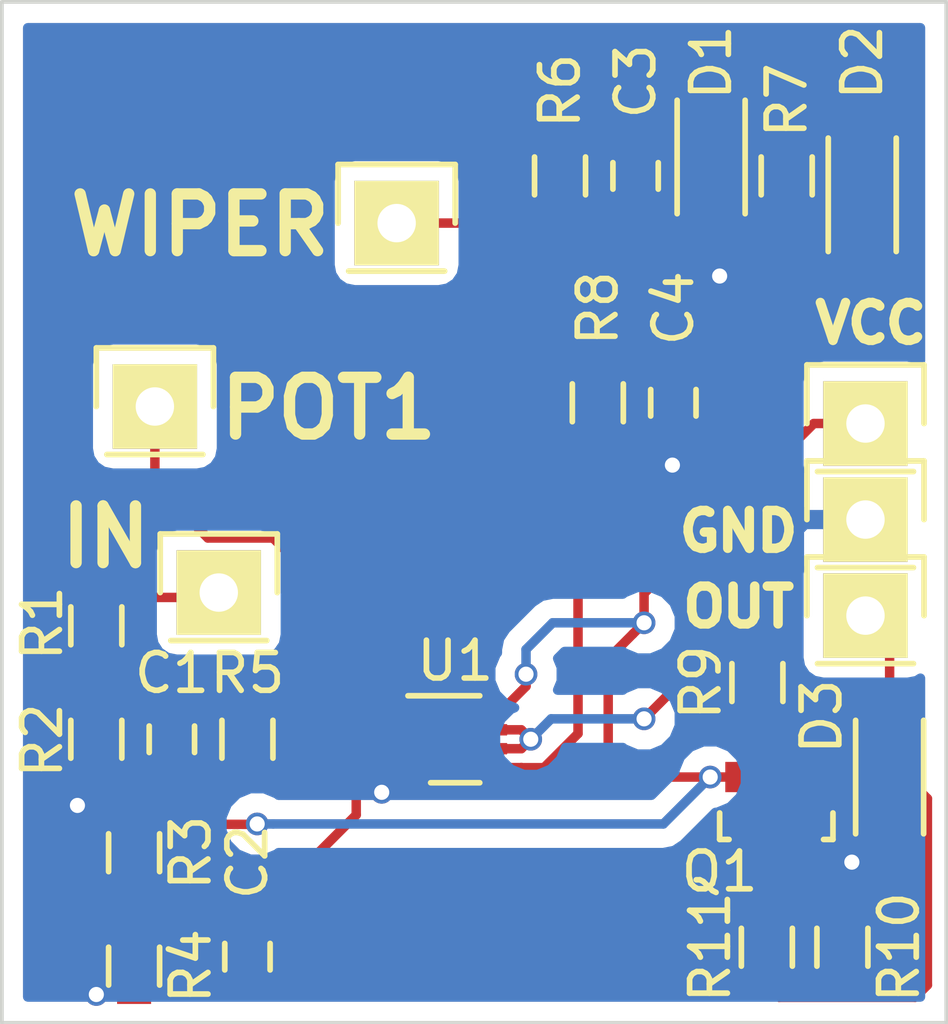
<source format=kicad_pcb>
(kicad_pcb (version 4) (host pcbnew 4.0.4+e1-6308~48~ubuntu16.04.1-stable)

  (general
    (links 38)
    (no_connects 0)
    (area 171.449999 45.949999 196.550001 73.050001)
    (thickness 1.6)
    (drawings 10)
    (tracks 155)
    (zones 0)
    (modules 26)
    (nets 16)
  )

  (page A4)
  (layers
    (0 F.Cu signal)
    (31 B.Cu signal)
    (32 B.Adhes user)
    (33 F.Adhes user)
    (34 B.Paste user)
    (35 F.Paste user)
    (36 B.SilkS user)
    (37 F.SilkS user)
    (38 B.Mask user)
    (39 F.Mask user)
    (40 Dwgs.User user)
    (41 Cmts.User user)
    (42 Eco1.User user)
    (43 Eco2.User user)
    (44 Edge.Cuts user)
    (45 Margin user)
    (46 B.CrtYd user)
    (47 F.CrtYd user)
    (48 B.Fab user hide)
    (49 F.Fab user hide)
  )

  (setup
    (last_trace_width 0.25)
    (trace_clearance 0.2)
    (zone_clearance 0.508)
    (zone_45_only no)
    (trace_min 0.2)
    (segment_width 0.2)
    (edge_width 0.1)
    (via_size 0.6)
    (via_drill 0.4)
    (via_min_size 0.4)
    (via_min_drill 0.3)
    (uvia_size 0.3)
    (uvia_drill 0.1)
    (uvias_allowed no)
    (uvia_min_size 0.2)
    (uvia_min_drill 0.1)
    (pcb_text_width 0.3)
    (pcb_text_size 1.5 1.5)
    (mod_edge_width 0.15)
    (mod_text_size 1 1)
    (mod_text_width 0.15)
    (pad_size 1.5 1.5)
    (pad_drill 0.6)
    (pad_to_mask_clearance 0)
    (aux_axis_origin 0 0)
    (grid_origin 171.5 73)
    (visible_elements FFFFFF7F)
    (pcbplotparams
      (layerselection 0x010fc_80000001)
      (usegerberextensions true)
      (excludeedgelayer true)
      (linewidth 0.100000)
      (plotframeref false)
      (viasonmask false)
      (mode 1)
      (useauxorigin false)
      (hpglpennumber 1)
      (hpglpenspeed 20)
      (hpglpendiameter 15)
      (hpglpenoverlay 2)
      (psnegative false)
      (psa4output false)
      (plotreference true)
      (plotvalue true)
      (plotinvisibletext false)
      (padsonsilk false)
      (subtractmaskfromsilk true)
      (outputformat 1)
      (mirror false)
      (drillshape 0)
      (scaleselection 1)
      (outputdirectory ./envelope_gerb/))
  )

  (net 0 "")
  (net 1 "Net-(C3-Pad1)")
  (net 2 "Net-(C3-Pad2)")
  (net 3 GND)
  (net 4 /OUT)
  (net 5 /VCC)
  (net 6 /IN)
  (net 7 "Net-(C1-Pad1)")
  (net 8 "Net-(C1-Pad2)")
  (net 9 "Net-(C2-Pad1)")
  (net 10 "Net-(C4-Pad2)")
  (net 11 "Net-(Q1-Pad1)")
  (net 12 "Net-(Q1-Pad3)")
  (net 13 "Net-(R9-Pad2)")
  (net 14 /POT1)
  (net 15 /WIPER)

  (net_class Default "This is the default net class."
    (clearance 0.2)
    (trace_width 0.25)
    (via_dia 0.6)
    (via_drill 0.4)
    (uvia_dia 0.3)
    (uvia_drill 0.1)
    (add_net /IN)
    (add_net /OUT)
    (add_net /POT1)
    (add_net /VCC)
    (add_net /WIPER)
    (add_net GND)
    (add_net "Net-(C1-Pad1)")
    (add_net "Net-(C1-Pad2)")
    (add_net "Net-(C2-Pad1)")
    (add_net "Net-(C3-Pad1)")
    (add_net "Net-(C3-Pad2)")
    (add_net "Net-(C4-Pad2)")
    (add_net "Net-(Q1-Pad1)")
    (add_net "Net-(Q1-Pad3)")
    (add_net "Net-(R9-Pad2)")
  )

  (module Capacitors_SMD:C_0603 placed (layer F.Cu) (tedit 5415D631) (tstamp 580D1032)
    (at 176 65.5 90)
    (descr "Capacitor SMD 0603, reflow soldering, AVX (see smccp.pdf)")
    (tags "capacitor 0603")
    (path /580B653B)
    (attr smd)
    (fp_text reference C1 (at 1.75 0 180) (layer F.SilkS)
      (effects (font (size 1 1) (thickness 0.15)))
    )
    (fp_text value 0.22uF (at 0 1.9 90) (layer F.Fab)
      (effects (font (size 1 1) (thickness 0.15)))
    )
    (fp_line (start -0.8 0.4) (end -0.8 -0.4) (layer F.Fab) (width 0.15))
    (fp_line (start 0.8 0.4) (end -0.8 0.4) (layer F.Fab) (width 0.15))
    (fp_line (start 0.8 -0.4) (end 0.8 0.4) (layer F.Fab) (width 0.15))
    (fp_line (start -0.8 -0.4) (end 0.8 -0.4) (layer F.Fab) (width 0.15))
    (fp_line (start -1.45 -0.75) (end 1.45 -0.75) (layer F.CrtYd) (width 0.05))
    (fp_line (start -1.45 0.75) (end 1.45 0.75) (layer F.CrtYd) (width 0.05))
    (fp_line (start -1.45 -0.75) (end -1.45 0.75) (layer F.CrtYd) (width 0.05))
    (fp_line (start 1.45 -0.75) (end 1.45 0.75) (layer F.CrtYd) (width 0.05))
    (fp_line (start -0.35 -0.6) (end 0.35 -0.6) (layer F.SilkS) (width 0.15))
    (fp_line (start 0.35 0.6) (end -0.35 0.6) (layer F.SilkS) (width 0.15))
    (pad 1 smd rect (at -0.75 0 90) (size 0.8 0.75) (layers F.Cu F.Paste F.Mask)
      (net 7 "Net-(C1-Pad1)"))
    (pad 2 smd rect (at 0.75 0 90) (size 0.8 0.75) (layers F.Cu F.Paste F.Mask)
      (net 8 "Net-(C1-Pad2)"))
    (model Capacitors_SMD.3dshapes/C_0603.wrl
      (at (xyz 0 0 0))
      (scale (xyz 1 1 1))
      (rotate (xyz 0 0 0))
    )
  )

  (module Capacitors_SMD:C_0603 placed (layer F.Cu) (tedit 5415D631) (tstamp 580D1038)
    (at 178 71.25 270)
    (descr "Capacitor SMD 0603, reflow soldering, AVX (see smccp.pdf)")
    (tags "capacitor 0603")
    (path /580B655D)
    (attr smd)
    (fp_text reference C2 (at -2.5 0 270) (layer F.SilkS)
      (effects (font (size 1 1) (thickness 0.15)))
    )
    (fp_text value 10uF (at 0 1.9 270) (layer F.Fab)
      (effects (font (size 1 1) (thickness 0.15)))
    )
    (fp_line (start -0.8 0.4) (end -0.8 -0.4) (layer F.Fab) (width 0.15))
    (fp_line (start 0.8 0.4) (end -0.8 0.4) (layer F.Fab) (width 0.15))
    (fp_line (start 0.8 -0.4) (end 0.8 0.4) (layer F.Fab) (width 0.15))
    (fp_line (start -0.8 -0.4) (end 0.8 -0.4) (layer F.Fab) (width 0.15))
    (fp_line (start -1.45 -0.75) (end 1.45 -0.75) (layer F.CrtYd) (width 0.05))
    (fp_line (start -1.45 0.75) (end 1.45 0.75) (layer F.CrtYd) (width 0.05))
    (fp_line (start -1.45 -0.75) (end -1.45 0.75) (layer F.CrtYd) (width 0.05))
    (fp_line (start 1.45 -0.75) (end 1.45 0.75) (layer F.CrtYd) (width 0.05))
    (fp_line (start -0.35 -0.6) (end 0.35 -0.6) (layer F.SilkS) (width 0.15))
    (fp_line (start 0.35 0.6) (end -0.35 0.6) (layer F.SilkS) (width 0.15))
    (pad 1 smd rect (at -0.75 0 270) (size 0.8 0.75) (layers F.Cu F.Paste F.Mask)
      (net 9 "Net-(C2-Pad1)"))
    (pad 2 smd rect (at 0.75 0 270) (size 0.8 0.75) (layers F.Cu F.Paste F.Mask)
      (net 3 GND))
    (model Capacitors_SMD.3dshapes/C_0603.wrl
      (at (xyz 0 0 0))
      (scale (xyz 1 1 1))
      (rotate (xyz 0 0 0))
    )
  )

  (module Capacitors_SMD:C_0603 placed (layer F.Cu) (tedit 5415D631) (tstamp 580D103E)
    (at 188.2752 50.6016 270)
    (descr "Capacitor SMD 0603, reflow soldering, AVX (see smccp.pdf)")
    (tags "capacitor 0603")
    (path /580B65B0)
    (attr smd)
    (fp_text reference C3 (at -2.5 0 270) (layer F.SilkS)
      (effects (font (size 1 1) (thickness 0.15)))
    )
    (fp_text value 0.22uF (at 0 1.9 270) (layer F.Fab)
      (effects (font (size 1 1) (thickness 0.15)))
    )
    (fp_line (start -0.8 0.4) (end -0.8 -0.4) (layer F.Fab) (width 0.15))
    (fp_line (start 0.8 0.4) (end -0.8 0.4) (layer F.Fab) (width 0.15))
    (fp_line (start 0.8 -0.4) (end 0.8 0.4) (layer F.Fab) (width 0.15))
    (fp_line (start -0.8 -0.4) (end 0.8 -0.4) (layer F.Fab) (width 0.15))
    (fp_line (start -1.45 -0.75) (end 1.45 -0.75) (layer F.CrtYd) (width 0.05))
    (fp_line (start -1.45 0.75) (end 1.45 0.75) (layer F.CrtYd) (width 0.05))
    (fp_line (start -1.45 -0.75) (end -1.45 0.75) (layer F.CrtYd) (width 0.05))
    (fp_line (start 1.45 -0.75) (end 1.45 0.75) (layer F.CrtYd) (width 0.05))
    (fp_line (start -0.35 -0.6) (end 0.35 -0.6) (layer F.SilkS) (width 0.15))
    (fp_line (start 0.35 0.6) (end -0.35 0.6) (layer F.SilkS) (width 0.15))
    (pad 1 smd rect (at -0.75 0 270) (size 0.8 0.75) (layers F.Cu F.Paste F.Mask)
      (net 1 "Net-(C3-Pad1)"))
    (pad 2 smd rect (at 0.75 0 270) (size 0.8 0.75) (layers F.Cu F.Paste F.Mask)
      (net 2 "Net-(C3-Pad2)"))
    (model Capacitors_SMD.3dshapes/C_0603.wrl
      (at (xyz 0 0 0))
      (scale (xyz 1 1 1))
      (rotate (xyz 0 0 0))
    )
  )

  (module Capacitors_SMD:C_0603 placed (layer F.Cu) (tedit 5415D631) (tstamp 580D1044)
    (at 189.2752 56.6016 90)
    (descr "Capacitor SMD 0603, reflow soldering, AVX (see smccp.pdf)")
    (tags "capacitor 0603")
    (path /580B65CF)
    (attr smd)
    (fp_text reference C4 (at 2.5 0 90) (layer F.SilkS)
      (effects (font (size 1 1) (thickness 0.15)))
    )
    (fp_text value 1uF (at 0 1.9 90) (layer F.Fab)
      (effects (font (size 1 1) (thickness 0.15)))
    )
    (fp_line (start -0.8 0.4) (end -0.8 -0.4) (layer F.Fab) (width 0.15))
    (fp_line (start 0.8 0.4) (end -0.8 0.4) (layer F.Fab) (width 0.15))
    (fp_line (start 0.8 -0.4) (end 0.8 0.4) (layer F.Fab) (width 0.15))
    (fp_line (start -0.8 -0.4) (end 0.8 -0.4) (layer F.Fab) (width 0.15))
    (fp_line (start -1.45 -0.75) (end 1.45 -0.75) (layer F.CrtYd) (width 0.05))
    (fp_line (start -1.45 0.75) (end 1.45 0.75) (layer F.CrtYd) (width 0.05))
    (fp_line (start -1.45 -0.75) (end -1.45 0.75) (layer F.CrtYd) (width 0.05))
    (fp_line (start 1.45 -0.75) (end 1.45 0.75) (layer F.CrtYd) (width 0.05))
    (fp_line (start -0.35 -0.6) (end 0.35 -0.6) (layer F.SilkS) (width 0.15))
    (fp_line (start 0.35 0.6) (end -0.35 0.6) (layer F.SilkS) (width 0.15))
    (pad 1 smd rect (at -0.75 0 90) (size 0.8 0.75) (layers F.Cu F.Paste F.Mask)
      (net 3 GND))
    (pad 2 smd rect (at 0.75 0 90) (size 0.8 0.75) (layers F.Cu F.Paste F.Mask)
      (net 10 "Net-(C4-Pad2)"))
    (model Capacitors_SMD.3dshapes/C_0603.wrl
      (at (xyz 0 0 0))
      (scale (xyz 1 1 1))
      (rotate (xyz 0 0 0))
    )
  )

  (module Diodes_SMD:SOD-123 placed (layer F.Cu) (tedit 5753A53E) (tstamp 580D104A)
    (at 190.2752 50.6016 270)
    (descr SOD-123)
    (tags SOD-123)
    (path /580B6580)
    (attr smd)
    (fp_text reference D1 (at -3 0 270) (layer F.SilkS)
      (effects (font (size 1 1) (thickness 0.15)))
    )
    (fp_text value 1N4148 (at 0 2.1 270) (layer F.Fab)
      (effects (font (size 1 1) (thickness 0.15)))
    )
    (fp_line (start 0.25 0) (end 0.75 0) (layer F.Fab) (width 0.15))
    (fp_line (start 0.25 0.4) (end -0.35 0) (layer F.Fab) (width 0.15))
    (fp_line (start 0.25 -0.4) (end 0.25 0.4) (layer F.Fab) (width 0.15))
    (fp_line (start -0.35 0) (end 0.25 -0.4) (layer F.Fab) (width 0.15))
    (fp_line (start -0.35 0) (end -0.35 0.55) (layer F.Fab) (width 0.15))
    (fp_line (start -0.35 0) (end -0.35 -0.55) (layer F.Fab) (width 0.15))
    (fp_line (start -0.75 0) (end -0.35 0) (layer F.Fab) (width 0.15))
    (fp_line (start -1.35 0.8) (end -1.35 -0.8) (layer F.Fab) (width 0.15))
    (fp_line (start 1.35 0.8) (end -1.35 0.8) (layer F.Fab) (width 0.15))
    (fp_line (start 1.35 -0.8) (end 1.35 0.8) (layer F.Fab) (width 0.15))
    (fp_line (start -1.35 -0.8) (end 1.35 -0.8) (layer F.Fab) (width 0.15))
    (fp_line (start -2.25 -1.05) (end 2.25 -1.05) (layer F.CrtYd) (width 0.05))
    (fp_line (start 2.25 -1.05) (end 2.25 1.05) (layer F.CrtYd) (width 0.05))
    (fp_line (start 2.25 1.05) (end -2.25 1.05) (layer F.CrtYd) (width 0.05))
    (fp_line (start -2.25 -1.05) (end -2.25 1.05) (layer F.CrtYd) (width 0.05))
    (fp_line (start -2 0.9) (end 1 0.9) (layer F.SilkS) (width 0.15))
    (fp_line (start -2 -0.9) (end 1 -0.9) (layer F.SilkS) (width 0.15))
    (pad 1 smd rect (at -1.635 0 270) (size 0.91 1.22) (layers F.Cu F.Paste F.Mask)
      (net 1 "Net-(C3-Pad1)"))
    (pad 2 smd rect (at 1.635 0 270) (size 0.91 1.22) (layers F.Cu F.Paste F.Mask)
      (net 3 GND))
    (model ${KISYS3DMOD}/Diodes_SMD.3dshapes/SOD-123.wrl
      (at (xyz 0 0 0))
      (scale (xyz 1 1 1))
      (rotate (xyz 0 0 0))
    )
  )

  (module Diodes_SMD:SOD-123 placed (layer F.Cu) (tedit 5753A53E) (tstamp 580D1050)
    (at 194.2752 50.6016 90)
    (descr SOD-123)
    (tags SOD-123)
    (path /580B66AC)
    (attr smd)
    (fp_text reference D2 (at 3 0 90) (layer F.SilkS)
      (effects (font (size 1 1) (thickness 0.15)))
    )
    (fp_text value 1N4148 (at 0 2.1 90) (layer F.Fab)
      (effects (font (size 1 1) (thickness 0.15)))
    )
    (fp_line (start 0.25 0) (end 0.75 0) (layer F.Fab) (width 0.15))
    (fp_line (start 0.25 0.4) (end -0.35 0) (layer F.Fab) (width 0.15))
    (fp_line (start 0.25 -0.4) (end 0.25 0.4) (layer F.Fab) (width 0.15))
    (fp_line (start -0.35 0) (end 0.25 -0.4) (layer F.Fab) (width 0.15))
    (fp_line (start -0.35 0) (end -0.35 0.55) (layer F.Fab) (width 0.15))
    (fp_line (start -0.35 0) (end -0.35 -0.55) (layer F.Fab) (width 0.15))
    (fp_line (start -0.75 0) (end -0.35 0) (layer F.Fab) (width 0.15))
    (fp_line (start -1.35 0.8) (end -1.35 -0.8) (layer F.Fab) (width 0.15))
    (fp_line (start 1.35 0.8) (end -1.35 0.8) (layer F.Fab) (width 0.15))
    (fp_line (start 1.35 -0.8) (end 1.35 0.8) (layer F.Fab) (width 0.15))
    (fp_line (start -1.35 -0.8) (end 1.35 -0.8) (layer F.Fab) (width 0.15))
    (fp_line (start -2.25 -1.05) (end 2.25 -1.05) (layer F.CrtYd) (width 0.05))
    (fp_line (start 2.25 -1.05) (end 2.25 1.05) (layer F.CrtYd) (width 0.05))
    (fp_line (start 2.25 1.05) (end -2.25 1.05) (layer F.CrtYd) (width 0.05))
    (fp_line (start -2.25 -1.05) (end -2.25 1.05) (layer F.CrtYd) (width 0.05))
    (fp_line (start -2 0.9) (end 1 0.9) (layer F.SilkS) (width 0.15))
    (fp_line (start -2 -0.9) (end 1 -0.9) (layer F.SilkS) (width 0.15))
    (pad 1 smd rect (at -1.635 0 90) (size 0.91 1.22) (layers F.Cu F.Paste F.Mask)
      (net 10 "Net-(C4-Pad2)"))
    (pad 2 smd rect (at 1.635 0 90) (size 0.91 1.22) (layers F.Cu F.Paste F.Mask)
      (net 1 "Net-(C3-Pad1)"))
    (model ${KISYS3DMOD}/Diodes_SMD.3dshapes/SOD-123.wrl
      (at (xyz 0 0 0))
      (scale (xyz 1 1 1))
      (rotate (xyz 0 0 0))
    )
  )

  (module Diodes_SMD:SOD-123 placed (layer F.Cu) (tedit 5753A53E) (tstamp 580D1056)
    (at 195 67 270)
    (descr SOD-123)
    (tags SOD-123)
    (path /580B667E)
    (attr smd)
    (fp_text reference D3 (at -2.1 1.8 270) (layer F.SilkS)
      (effects (font (size 1 1) (thickness 0.15)))
    )
    (fp_text value 5.1V (at 0 2.1 270) (layer F.Fab)
      (effects (font (size 1 1) (thickness 0.15)))
    )
    (fp_line (start 0.25 0) (end 0.75 0) (layer F.Fab) (width 0.15))
    (fp_line (start 0.25 0.4) (end -0.35 0) (layer F.Fab) (width 0.15))
    (fp_line (start 0.25 -0.4) (end 0.25 0.4) (layer F.Fab) (width 0.15))
    (fp_line (start -0.35 0) (end 0.25 -0.4) (layer F.Fab) (width 0.15))
    (fp_line (start -0.35 0) (end -0.35 0.55) (layer F.Fab) (width 0.15))
    (fp_line (start -0.35 0) (end -0.35 -0.55) (layer F.Fab) (width 0.15))
    (fp_line (start -0.75 0) (end -0.35 0) (layer F.Fab) (width 0.15))
    (fp_line (start -1.35 0.8) (end -1.35 -0.8) (layer F.Fab) (width 0.15))
    (fp_line (start 1.35 0.8) (end -1.35 0.8) (layer F.Fab) (width 0.15))
    (fp_line (start 1.35 -0.8) (end 1.35 0.8) (layer F.Fab) (width 0.15))
    (fp_line (start -1.35 -0.8) (end 1.35 -0.8) (layer F.Fab) (width 0.15))
    (fp_line (start -2.25 -1.05) (end 2.25 -1.05) (layer F.CrtYd) (width 0.05))
    (fp_line (start 2.25 -1.05) (end 2.25 1.05) (layer F.CrtYd) (width 0.05))
    (fp_line (start 2.25 1.05) (end -2.25 1.05) (layer F.CrtYd) (width 0.05))
    (fp_line (start -2.25 -1.05) (end -2.25 1.05) (layer F.CrtYd) (width 0.05))
    (fp_line (start -2 0.9) (end 1 0.9) (layer F.SilkS) (width 0.15))
    (fp_line (start -2 -0.9) (end 1 -0.9) (layer F.SilkS) (width 0.15))
    (pad 1 smd rect (at -1.635 0 270) (size 0.91 1.22) (layers F.Cu F.Paste F.Mask)
      (net 4 /OUT))
    (pad 2 smd rect (at 1.635 0 270) (size 0.91 1.22) (layers F.Cu F.Paste F.Mask)
      (net 3 GND))
    (model ${KISYS3DMOD}/Diodes_SMD.3dshapes/SOD-123.wrl
      (at (xyz 0 0 0))
      (scale (xyz 1 1 1))
      (rotate (xyz 0 0 0))
    )
  )

  (module TO_SOT_Packages_SMD:SOT-23 placed (layer F.Cu) (tedit 553634F8) (tstamp 580D105D)
    (at 192 67.5 180)
    (descr "SOT-23, Standard")
    (tags SOT-23)
    (path /580B6634)
    (attr smd)
    (fp_text reference Q1 (at 1.5 -1.5 180) (layer F.SilkS)
      (effects (font (size 1 1) (thickness 0.15)))
    )
    (fp_text value MMBT3904 (at 0 2.3 180) (layer F.Fab)
      (effects (font (size 1 1) (thickness 0.15)))
    )
    (fp_line (start -1.65 -1.6) (end 1.65 -1.6) (layer F.CrtYd) (width 0.05))
    (fp_line (start 1.65 -1.6) (end 1.65 1.6) (layer F.CrtYd) (width 0.05))
    (fp_line (start 1.65 1.6) (end -1.65 1.6) (layer F.CrtYd) (width 0.05))
    (fp_line (start -1.65 1.6) (end -1.65 -1.6) (layer F.CrtYd) (width 0.05))
    (fp_line (start 1.29916 -0.65024) (end 1.2509 -0.65024) (layer F.SilkS) (width 0.15))
    (fp_line (start -1.49982 0.0508) (end -1.49982 -0.65024) (layer F.SilkS) (width 0.15))
    (fp_line (start -1.49982 -0.65024) (end -1.2509 -0.65024) (layer F.SilkS) (width 0.15))
    (fp_line (start 1.29916 -0.65024) (end 1.49982 -0.65024) (layer F.SilkS) (width 0.15))
    (fp_line (start 1.49982 -0.65024) (end 1.49982 0.0508) (layer F.SilkS) (width 0.15))
    (pad 1 smd rect (at -0.95 1.00076 180) (size 0.8001 0.8001) (layers F.Cu F.Paste F.Mask)
      (net 11 "Net-(Q1-Pad1)"))
    (pad 2 smd rect (at 0.95 1.00076 180) (size 0.8001 0.8001) (layers F.Cu F.Paste F.Mask)
      (net 5 /VCC))
    (pad 3 smd rect (at 0 -0.99822 180) (size 0.8001 0.8001) (layers F.Cu F.Paste F.Mask)
      (net 12 "Net-(Q1-Pad3)"))
    (model TO_SOT_Packages_SMD.3dshapes/SOT-23.wrl
      (at (xyz 0 0 0))
      (scale (xyz 1 1 1))
      (rotate (xyz 0 0 0))
    )
  )

  (module Resistors_SMD:R_0603 placed (layer F.Cu) (tedit 5415CC62) (tstamp 580D1063)
    (at 174 62.5 270)
    (descr "Resistor SMD 0603, reflow soldering, Vishay (see dcrcw.pdf)")
    (tags "resistor 0603")
    (path /580B652A)
    (attr smd)
    (fp_text reference R1 (at -0.0668 1.4324 270) (layer F.SilkS)
      (effects (font (size 1 1) (thickness 0.15)))
    )
    (fp_text value 10k (at 0 1.9 270) (layer F.Fab)
      (effects (font (size 1 1) (thickness 0.15)))
    )
    (fp_line (start -1.3 -0.8) (end 1.3 -0.8) (layer F.CrtYd) (width 0.05))
    (fp_line (start -1.3 0.8) (end 1.3 0.8) (layer F.CrtYd) (width 0.05))
    (fp_line (start -1.3 -0.8) (end -1.3 0.8) (layer F.CrtYd) (width 0.05))
    (fp_line (start 1.3 -0.8) (end 1.3 0.8) (layer F.CrtYd) (width 0.05))
    (fp_line (start 0.5 0.675) (end -0.5 0.675) (layer F.SilkS) (width 0.15))
    (fp_line (start -0.5 -0.675) (end 0.5 -0.675) (layer F.SilkS) (width 0.15))
    (pad 1 smd rect (at -0.75 0 270) (size 0.5 0.9) (layers F.Cu F.Paste F.Mask)
      (net 6 /IN))
    (pad 2 smd rect (at 0.75 0 270) (size 0.5 0.9) (layers F.Cu F.Paste F.Mask)
      (net 8 "Net-(C1-Pad2)"))
    (model Resistors_SMD.3dshapes/R_0603.wrl
      (at (xyz 0 0 0))
      (scale (xyz 1 1 1))
      (rotate (xyz 0 0 0))
    )
  )

  (module Resistors_SMD:R_0603 placed (layer F.Cu) (tedit 5415CC62) (tstamp 580D1069)
    (at 174 65.5 270)
    (descr "Resistor SMD 0603, reflow soldering, Vishay (see dcrcw.pdf)")
    (tags "resistor 0603")
    (path /580B658C)
    (attr smd)
    (fp_text reference R2 (at 0.032 1.4324 270) (layer F.SilkS)
      (effects (font (size 1 1) (thickness 0.15)))
    )
    (fp_text value 10k (at 0 1.9 270) (layer F.Fab)
      (effects (font (size 1 1) (thickness 0.15)))
    )
    (fp_line (start -1.3 -0.8) (end 1.3 -0.8) (layer F.CrtYd) (width 0.05))
    (fp_line (start -1.3 0.8) (end 1.3 0.8) (layer F.CrtYd) (width 0.05))
    (fp_line (start -1.3 -0.8) (end -1.3 0.8) (layer F.CrtYd) (width 0.05))
    (fp_line (start 1.3 -0.8) (end 1.3 0.8) (layer F.CrtYd) (width 0.05))
    (fp_line (start 0.5 0.675) (end -0.5 0.675) (layer F.SilkS) (width 0.15))
    (fp_line (start -0.5 -0.675) (end 0.5 -0.675) (layer F.SilkS) (width 0.15))
    (pad 1 smd rect (at -0.75 0 270) (size 0.5 0.9) (layers F.Cu F.Paste F.Mask)
      (net 8 "Net-(C1-Pad2)"))
    (pad 2 smd rect (at 0.75 0 270) (size 0.5 0.9) (layers F.Cu F.Paste F.Mask)
      (net 3 GND))
    (model Resistors_SMD.3dshapes/R_0603.wrl
      (at (xyz 0 0 0))
      (scale (xyz 1 1 1))
      (rotate (xyz 0 0 0))
    )
  )

  (module Resistors_SMD:R_0603 placed (layer F.Cu) (tedit 5415CC62) (tstamp 580D106F)
    (at 175 68.5 270)
    (descr "Resistor SMD 0603, reflow soldering, Vishay (see dcrcw.pdf)")
    (tags "resistor 0603")
    (path /580B6598)
    (attr smd)
    (fp_text reference R3 (at 0 -1.5 270) (layer F.SilkS)
      (effects (font (size 1 1) (thickness 0.15)))
    )
    (fp_text value 10k (at 0 1.9 270) (layer F.Fab)
      (effects (font (size 1 1) (thickness 0.15)))
    )
    (fp_line (start -1.3 -0.8) (end 1.3 -0.8) (layer F.CrtYd) (width 0.05))
    (fp_line (start -1.3 0.8) (end 1.3 0.8) (layer F.CrtYd) (width 0.05))
    (fp_line (start -1.3 -0.8) (end -1.3 0.8) (layer F.CrtYd) (width 0.05))
    (fp_line (start 1.3 -0.8) (end 1.3 0.8) (layer F.CrtYd) (width 0.05))
    (fp_line (start 0.5 0.675) (end -0.5 0.675) (layer F.SilkS) (width 0.15))
    (fp_line (start -0.5 -0.675) (end 0.5 -0.675) (layer F.SilkS) (width 0.15))
    (pad 1 smd rect (at -0.75 0 270) (size 0.5 0.9) (layers F.Cu F.Paste F.Mask)
      (net 5 /VCC))
    (pad 2 smd rect (at 0.75 0 270) (size 0.5 0.9) (layers F.Cu F.Paste F.Mask)
      (net 9 "Net-(C2-Pad1)"))
    (model Resistors_SMD.3dshapes/R_0603.wrl
      (at (xyz 0 0 0))
      (scale (xyz 1 1 1))
      (rotate (xyz 0 0 0))
    )
  )

  (module Resistors_SMD:R_0603 placed (layer F.Cu) (tedit 5415CC62) (tstamp 580D1075)
    (at 175 71.5 270)
    (descr "Resistor SMD 0603, reflow soldering, Vishay (see dcrcw.pdf)")
    (tags "resistor 0603")
    (path /580B65A4)
    (attr smd)
    (fp_text reference R4 (at 0 -1.5 270) (layer F.SilkS)
      (effects (font (size 1 1) (thickness 0.15)))
    )
    (fp_text value 10k (at 0 1.9 270) (layer F.Fab)
      (effects (font (size 1 1) (thickness 0.15)))
    )
    (fp_line (start -1.3 -0.8) (end 1.3 -0.8) (layer F.CrtYd) (width 0.05))
    (fp_line (start -1.3 0.8) (end 1.3 0.8) (layer F.CrtYd) (width 0.05))
    (fp_line (start -1.3 -0.8) (end -1.3 0.8) (layer F.CrtYd) (width 0.05))
    (fp_line (start 1.3 -0.8) (end 1.3 0.8) (layer F.CrtYd) (width 0.05))
    (fp_line (start 0.5 0.675) (end -0.5 0.675) (layer F.SilkS) (width 0.15))
    (fp_line (start -0.5 -0.675) (end 0.5 -0.675) (layer F.SilkS) (width 0.15))
    (pad 1 smd rect (at -0.75 0 270) (size 0.5 0.9) (layers F.Cu F.Paste F.Mask)
      (net 9 "Net-(C2-Pad1)"))
    (pad 2 smd rect (at 0.75 0 270) (size 0.5 0.9) (layers F.Cu F.Paste F.Mask)
      (net 3 GND))
    (model Resistors_SMD.3dshapes/R_0603.wrl
      (at (xyz 0 0 0))
      (scale (xyz 1 1 1))
      (rotate (xyz 0 0 0))
    )
  )

  (module Resistors_SMD:R_0603 placed (layer F.Cu) (tedit 5415CC62) (tstamp 580D107B)
    (at 178 65.5 270)
    (descr "Resistor SMD 0603, reflow soldering, Vishay (see dcrcw.pdf)")
    (tags "resistor 0603")
    (path /580B6547)
    (attr smd)
    (fp_text reference R5 (at -1.75 0 360) (layer F.SilkS)
      (effects (font (size 1 1) (thickness 0.15)))
    )
    (fp_text value 1k (at 0 1.9 270) (layer F.Fab)
      (effects (font (size 1 1) (thickness 0.15)))
    )
    (fp_line (start -1.3 -0.8) (end 1.3 -0.8) (layer F.CrtYd) (width 0.05))
    (fp_line (start -1.3 0.8) (end 1.3 0.8) (layer F.CrtYd) (width 0.05))
    (fp_line (start -1.3 -0.8) (end -1.3 0.8) (layer F.CrtYd) (width 0.05))
    (fp_line (start 1.3 -0.8) (end 1.3 0.8) (layer F.CrtYd) (width 0.05))
    (fp_line (start 0.5 0.675) (end -0.5 0.675) (layer F.SilkS) (width 0.15))
    (fp_line (start -0.5 -0.675) (end 0.5 -0.675) (layer F.SilkS) (width 0.15))
    (pad 1 smd rect (at -0.75 0 270) (size 0.5 0.9) (layers F.Cu F.Paste F.Mask)
      (net 14 /POT1))
    (pad 2 smd rect (at 0.75 0 270) (size 0.5 0.9) (layers F.Cu F.Paste F.Mask)
      (net 7 "Net-(C1-Pad1)"))
    (model Resistors_SMD.3dshapes/R_0603.wrl
      (at (xyz 0 0 0))
      (scale (xyz 1 1 1))
      (rotate (xyz 0 0 0))
    )
  )

  (module Resistors_SMD:R_0603 placed (layer F.Cu) (tedit 5415CC62) (tstamp 580D1081)
    (at 186.2752 50.6016 90)
    (descr "Resistor SMD 0603, reflow soldering, Vishay (see dcrcw.pdf)")
    (tags "resistor 0603")
    (path /580B66EE)
    (attr smd)
    (fp_text reference R6 (at 2.25 0 90) (layer F.SilkS)
      (effects (font (size 1 1) (thickness 0.15)))
    )
    (fp_text value 1k (at 0 1.9 90) (layer F.Fab)
      (effects (font (size 1 1) (thickness 0.15)))
    )
    (fp_line (start -1.3 -0.8) (end 1.3 -0.8) (layer F.CrtYd) (width 0.05))
    (fp_line (start -1.3 0.8) (end 1.3 0.8) (layer F.CrtYd) (width 0.05))
    (fp_line (start -1.3 -0.8) (end -1.3 0.8) (layer F.CrtYd) (width 0.05))
    (fp_line (start 1.3 -0.8) (end 1.3 0.8) (layer F.CrtYd) (width 0.05))
    (fp_line (start 0.5 0.675) (end -0.5 0.675) (layer F.SilkS) (width 0.15))
    (fp_line (start -0.5 -0.675) (end 0.5 -0.675) (layer F.SilkS) (width 0.15))
    (pad 1 smd rect (at -0.75 0 90) (size 0.5 0.9) (layers F.Cu F.Paste F.Mask)
      (net 2 "Net-(C3-Pad2)"))
    (pad 2 smd rect (at 0.75 0 90) (size 0.5 0.9) (layers F.Cu F.Paste F.Mask)
      (net 15 /WIPER))
    (model Resistors_SMD.3dshapes/R_0603.wrl
      (at (xyz 0 0 0))
      (scale (xyz 1 1 1))
      (rotate (xyz 0 0 0))
    )
  )

  (module Resistors_SMD:R_0603 placed (layer F.Cu) (tedit 5415CC62) (tstamp 580D1087)
    (at 192.2752 50.6016 270)
    (descr "Resistor SMD 0603, reflow soldering, Vishay (see dcrcw.pdf)")
    (tags "resistor 0603")
    (path /580B65BC)
    (attr smd)
    (fp_text reference R7 (at -2 0 270) (layer F.SilkS)
      (effects (font (size 1 1) (thickness 0.15)))
    )
    (fp_text value 10k (at 0 1.9 270) (layer F.Fab)
      (effects (font (size 1 1) (thickness 0.15)))
    )
    (fp_line (start -1.3 -0.8) (end 1.3 -0.8) (layer F.CrtYd) (width 0.05))
    (fp_line (start -1.3 0.8) (end 1.3 0.8) (layer F.CrtYd) (width 0.05))
    (fp_line (start -1.3 -0.8) (end -1.3 0.8) (layer F.CrtYd) (width 0.05))
    (fp_line (start 1.3 -0.8) (end 1.3 0.8) (layer F.CrtYd) (width 0.05))
    (fp_line (start 0.5 0.675) (end -0.5 0.675) (layer F.SilkS) (width 0.15))
    (fp_line (start -0.5 -0.675) (end 0.5 -0.675) (layer F.SilkS) (width 0.15))
    (pad 1 smd rect (at -0.75 0 270) (size 0.5 0.9) (layers F.Cu F.Paste F.Mask)
      (net 1 "Net-(C3-Pad1)"))
    (pad 2 smd rect (at 0.75 0 270) (size 0.5 0.9) (layers F.Cu F.Paste F.Mask)
      (net 3 GND))
    (model Resistors_SMD.3dshapes/R_0603.wrl
      (at (xyz 0 0 0))
      (scale (xyz 1 1 1))
      (rotate (xyz 0 0 0))
    )
  )

  (module Resistors_SMD:R_0603 placed (layer F.Cu) (tedit 5415CC62) (tstamp 580D108D)
    (at 187.2752 56.6016 270)
    (descr "Resistor SMD 0603, reflow soldering, Vishay (see dcrcw.pdf)")
    (tags "resistor 0603")
    (path /580B6628)
    (attr smd)
    (fp_text reference R8 (at -2.5 0 270) (layer F.SilkS)
      (effects (font (size 1 1) (thickness 0.15)))
    )
    (fp_text value 100k (at 0 1.9 270) (layer F.Fab)
      (effects (font (size 1 1) (thickness 0.15)))
    )
    (fp_line (start -1.3 -0.8) (end 1.3 -0.8) (layer F.CrtYd) (width 0.05))
    (fp_line (start -1.3 0.8) (end 1.3 0.8) (layer F.CrtYd) (width 0.05))
    (fp_line (start -1.3 -0.8) (end -1.3 0.8) (layer F.CrtYd) (width 0.05))
    (fp_line (start 1.3 -0.8) (end 1.3 0.8) (layer F.CrtYd) (width 0.05))
    (fp_line (start 0.5 0.675) (end -0.5 0.675) (layer F.SilkS) (width 0.15))
    (fp_line (start -0.5 -0.675) (end 0.5 -0.675) (layer F.SilkS) (width 0.15))
    (pad 1 smd rect (at -0.75 0 270) (size 0.5 0.9) (layers F.Cu F.Paste F.Mask)
      (net 10 "Net-(C4-Pad2)"))
    (pad 2 smd rect (at 0.75 0 270) (size 0.5 0.9) (layers F.Cu F.Paste F.Mask)
      (net 3 GND))
    (model Resistors_SMD.3dshapes/R_0603.wrl
      (at (xyz 0 0 0))
      (scale (xyz 1 1 1))
      (rotate (xyz 0 0 0))
    )
  )

  (module Resistors_SMD:R_0603 placed (layer F.Cu) (tedit 5415CC62) (tstamp 580D1093)
    (at 191.5 64 90)
    (descr "Resistor SMD 0603, reflow soldering, Vishay (see dcrcw.pdf)")
    (tags "resistor 0603")
    (path /580B6620)
    (attr smd)
    (fp_text reference R9 (at 0 -1.5 90) (layer F.SilkS)
      (effects (font (size 1 1) (thickness 0.15)))
    )
    (fp_text value 1k (at 0 1.9 90) (layer F.Fab)
      (effects (font (size 1 1) (thickness 0.15)))
    )
    (fp_line (start -1.3 -0.8) (end 1.3 -0.8) (layer F.CrtYd) (width 0.05))
    (fp_line (start -1.3 0.8) (end 1.3 0.8) (layer F.CrtYd) (width 0.05))
    (fp_line (start -1.3 -0.8) (end -1.3 0.8) (layer F.CrtYd) (width 0.05))
    (fp_line (start 1.3 -0.8) (end 1.3 0.8) (layer F.CrtYd) (width 0.05))
    (fp_line (start 0.5 0.675) (end -0.5 0.675) (layer F.SilkS) (width 0.15))
    (fp_line (start -0.5 -0.675) (end 0.5 -0.675) (layer F.SilkS) (width 0.15))
    (pad 1 smd rect (at -0.75 0 90) (size 0.5 0.9) (layers F.Cu F.Paste F.Mask)
      (net 11 "Net-(Q1-Pad1)"))
    (pad 2 smd rect (at 0.75 0 90) (size 0.5 0.9) (layers F.Cu F.Paste F.Mask)
      (net 13 "Net-(R9-Pad2)"))
    (model Resistors_SMD.3dshapes/R_0603.wrl
      (at (xyz 0 0 0))
      (scale (xyz 1 1 1))
      (rotate (xyz 0 0 0))
    )
  )

  (module Resistors_SMD:R_0603 placed (layer F.Cu) (tedit 5415CC62) (tstamp 580D1099)
    (at 193.75 71 270)
    (descr "Resistor SMD 0603, reflow soldering, Vishay (see dcrcw.pdf)")
    (tags "resistor 0603")
    (path /580B665A)
    (attr smd)
    (fp_text reference R10 (at 0 -1.5 270) (layer F.SilkS)
      (effects (font (size 1 1) (thickness 0.15)))
    )
    (fp_text value 10k (at 0 1.9 270) (layer F.Fab)
      (effects (font (size 1 1) (thickness 0.15)))
    )
    (fp_line (start -1.3 -0.8) (end 1.3 -0.8) (layer F.CrtYd) (width 0.05))
    (fp_line (start -1.3 0.8) (end 1.3 0.8) (layer F.CrtYd) (width 0.05))
    (fp_line (start -1.3 -0.8) (end -1.3 0.8) (layer F.CrtYd) (width 0.05))
    (fp_line (start 1.3 -0.8) (end 1.3 0.8) (layer F.CrtYd) (width 0.05))
    (fp_line (start 0.5 0.675) (end -0.5 0.675) (layer F.SilkS) (width 0.15))
    (fp_line (start -0.5 -0.675) (end 0.5 -0.675) (layer F.SilkS) (width 0.15))
    (pad 1 smd rect (at -0.75 0 270) (size 0.5 0.9) (layers F.Cu F.Paste F.Mask)
      (net 12 "Net-(Q1-Pad3)"))
    (pad 2 smd rect (at 0.75 0 270) (size 0.5 0.9) (layers F.Cu F.Paste F.Mask)
      (net 3 GND))
    (model Resistors_SMD.3dshapes/R_0603.wrl
      (at (xyz 0 0 0))
      (scale (xyz 1 1 1))
      (rotate (xyz 0 0 0))
    )
  )

  (module Resistors_SMD:R_0603 placed (layer F.Cu) (tedit 5415CC62) (tstamp 580D109F)
    (at 191.75 71 270)
    (descr "Resistor SMD 0603, reflow soldering, Vishay (see dcrcw.pdf)")
    (tags "resistor 0603")
    (path /580B6671)
    (attr smd)
    (fp_text reference R11 (at 0 1.5 270) (layer F.SilkS)
      (effects (font (size 1 1) (thickness 0.15)))
    )
    (fp_text value 220 (at 0 1.9 270) (layer F.Fab)
      (effects (font (size 1 1) (thickness 0.15)))
    )
    (fp_line (start -1.3 -0.8) (end 1.3 -0.8) (layer F.CrtYd) (width 0.05))
    (fp_line (start -1.3 0.8) (end 1.3 0.8) (layer F.CrtYd) (width 0.05))
    (fp_line (start -1.3 -0.8) (end -1.3 0.8) (layer F.CrtYd) (width 0.05))
    (fp_line (start 1.3 -0.8) (end 1.3 0.8) (layer F.CrtYd) (width 0.05))
    (fp_line (start 0.5 0.675) (end -0.5 0.675) (layer F.SilkS) (width 0.15))
    (fp_line (start -0.5 -0.675) (end 0.5 -0.675) (layer F.SilkS) (width 0.15))
    (pad 1 smd rect (at -0.75 0 270) (size 0.5 0.9) (layers F.Cu F.Paste F.Mask)
      (net 12 "Net-(Q1-Pad3)"))
    (pad 2 smd rect (at 0.75 0 270) (size 0.5 0.9) (layers F.Cu F.Paste F.Mask)
      (net 4 /OUT))
    (model Resistors_SMD.3dshapes/R_0603.wrl
      (at (xyz 0 0 0))
      (scale (xyz 1 1 1))
      (rotate (xyz 0 0 0))
    )
  )

  (module Pin_Headers:Pin_Header_Straight_1x01 (layer F.Cu) (tedit 580D15AA) (tstamp 580D12AD)
    (at 194.3608 59.69)
    (descr "Through hole pin header")
    (tags "pin header")
    (path /580D16DF)
    (fp_text reference P1 (at 0 -5.1) (layer F.SilkS) hide
      (effects (font (size 1 1) (thickness 0.15)))
    )
    (fp_text value CONN_01X01 (at 0 -3.1) (layer F.Fab)
      (effects (font (size 1 1) (thickness 0.15)))
    )
    (fp_line (start 1.55 -1.55) (end 1.55 0) (layer F.SilkS) (width 0.15))
    (fp_line (start -1.75 -1.75) (end -1.75 1.75) (layer F.CrtYd) (width 0.05))
    (fp_line (start 1.75 -1.75) (end 1.75 1.75) (layer F.CrtYd) (width 0.05))
    (fp_line (start -1.75 -1.75) (end 1.75 -1.75) (layer F.CrtYd) (width 0.05))
    (fp_line (start -1.75 1.75) (end 1.75 1.75) (layer F.CrtYd) (width 0.05))
    (fp_line (start -1.55 0) (end -1.55 -1.55) (layer F.SilkS) (width 0.15))
    (fp_line (start -1.55 -1.55) (end 1.55 -1.55) (layer F.SilkS) (width 0.15))
    (fp_line (start -1.27 1.27) (end 1.27 1.27) (layer F.SilkS) (width 0.15))
    (pad 1 thru_hole rect (at 0 0) (size 2.2352 2.2352) (drill 1.016) (layers *.Cu *.Mask F.SilkS)
      (net 3 GND))
    (model Pin_Headers.3dshapes/Pin_Header_Straight_1x01.wrl
      (at (xyz 0 0 0))
      (scale (xyz 1 1 1))
      (rotate (xyz 0 0 90))
    )
  )

  (module Pin_Headers:Pin_Header_Straight_1x01 (layer F.Cu) (tedit 580D15A5) (tstamp 580D12B2)
    (at 177.2412 61.6204)
    (descr "Through hole pin header")
    (tags "pin header")
    (path /580D1563)
    (fp_text reference P2 (at 0 -5.1) (layer F.SilkS) hide
      (effects (font (size 1 1) (thickness 0.15)))
    )
    (fp_text value CONN_01X01 (at 0 -3.1) (layer F.Fab)
      (effects (font (size 1 1) (thickness 0.15)))
    )
    (fp_line (start 1.55 -1.55) (end 1.55 0) (layer F.SilkS) (width 0.15))
    (fp_line (start -1.75 -1.75) (end -1.75 1.75) (layer F.CrtYd) (width 0.05))
    (fp_line (start 1.75 -1.75) (end 1.75 1.75) (layer F.CrtYd) (width 0.05))
    (fp_line (start -1.75 -1.75) (end 1.75 -1.75) (layer F.CrtYd) (width 0.05))
    (fp_line (start -1.75 1.75) (end 1.75 1.75) (layer F.CrtYd) (width 0.05))
    (fp_line (start -1.55 0) (end -1.55 -1.55) (layer F.SilkS) (width 0.15))
    (fp_line (start -1.55 -1.55) (end 1.55 -1.55) (layer F.SilkS) (width 0.15))
    (fp_line (start -1.27 1.27) (end 1.27 1.27) (layer F.SilkS) (width 0.15))
    (pad 1 thru_hole rect (at 0 0) (size 2.2352 2.2352) (drill 1.016) (layers *.Cu *.Mask F.SilkS)
      (net 6 /IN))
    (model Pin_Headers.3dshapes/Pin_Header_Straight_1x01.wrl
      (at (xyz 0 0 0))
      (scale (xyz 1 1 1))
      (rotate (xyz 0 0 90))
    )
  )

  (module Pin_Headers:Pin_Header_Straight_1x01 (layer F.Cu) (tedit 580D159A) (tstamp 580D12B7)
    (at 194.3608 57.15)
    (descr "Through hole pin header")
    (tags "pin header")
    (path /580D184D)
    (fp_text reference P3 (at 0 -5.1) (layer F.SilkS) hide
      (effects (font (size 1 1) (thickness 0.15)))
    )
    (fp_text value CONN_01X01 (at 0 -3.1) (layer F.Fab)
      (effects (font (size 1 1) (thickness 0.15)))
    )
    (fp_line (start 1.55 -1.55) (end 1.55 0) (layer F.SilkS) (width 0.15))
    (fp_line (start -1.75 -1.75) (end -1.75 1.75) (layer F.CrtYd) (width 0.05))
    (fp_line (start 1.75 -1.75) (end 1.75 1.75) (layer F.CrtYd) (width 0.05))
    (fp_line (start -1.75 -1.75) (end 1.75 -1.75) (layer F.CrtYd) (width 0.05))
    (fp_line (start -1.75 1.75) (end 1.75 1.75) (layer F.CrtYd) (width 0.05))
    (fp_line (start -1.55 0) (end -1.55 -1.55) (layer F.SilkS) (width 0.15))
    (fp_line (start -1.55 -1.55) (end 1.55 -1.55) (layer F.SilkS) (width 0.15))
    (fp_line (start -1.27 1.27) (end 1.27 1.27) (layer F.SilkS) (width 0.15))
    (pad 1 thru_hole rect (at 0 0) (size 2.2352 2.2352) (drill 1.016) (layers *.Cu *.Mask F.SilkS)
      (net 5 /VCC))
    (model Pin_Headers.3dshapes/Pin_Header_Straight_1x01.wrl
      (at (xyz 0 0 0))
      (scale (xyz 1 1 1))
      (rotate (xyz 0 0 90))
    )
  )

  (module Pin_Headers:Pin_Header_Straight_1x01 (layer F.Cu) (tedit 580D15A0) (tstamp 580D12BC)
    (at 194.3608 62.23)
    (descr "Through hole pin header")
    (tags "pin header")
    (path /580D1B26)
    (fp_text reference P4 (at 0 -5.1) (layer F.SilkS) hide
      (effects (font (size 1 1) (thickness 0.15)))
    )
    (fp_text value CONN_01X01 (at 0 -3.1) (layer F.Fab)
      (effects (font (size 1 1) (thickness 0.15)))
    )
    (fp_line (start 1.55 -1.55) (end 1.55 0) (layer F.SilkS) (width 0.15))
    (fp_line (start -1.75 -1.75) (end -1.75 1.75) (layer F.CrtYd) (width 0.05))
    (fp_line (start 1.75 -1.75) (end 1.75 1.75) (layer F.CrtYd) (width 0.05))
    (fp_line (start -1.75 -1.75) (end 1.75 -1.75) (layer F.CrtYd) (width 0.05))
    (fp_line (start -1.75 1.75) (end 1.75 1.75) (layer F.CrtYd) (width 0.05))
    (fp_line (start -1.55 0) (end -1.55 -1.55) (layer F.SilkS) (width 0.15))
    (fp_line (start -1.55 -1.55) (end 1.55 -1.55) (layer F.SilkS) (width 0.15))
    (fp_line (start -1.27 1.27) (end 1.27 1.27) (layer F.SilkS) (width 0.15))
    (pad 1 thru_hole rect (at 0 0) (size 2.2352 2.2352) (drill 1.016) (layers *.Cu *.Mask F.SilkS)
      (net 4 /OUT))
    (model Pin_Headers.3dshapes/Pin_Header_Straight_1x01.wrl
      (at (xyz 0 0 0))
      (scale (xyz 1 1 1))
      (rotate (xyz 0 0 90))
    )
  )

  (module Housings_DFN_QFN:DFN-8_2x2mm_Pitch0.5mm (layer F.Cu) (tedit 574BD4C5) (tstamp 580D2F4F)
    (at 183.5 65.5)
    (descr "DFN8 2x2, 0.5P; No exposed pad - Ref http://pdfserv.maximintegrated.com/land_patterns/90-0349.PDF")
    (tags "DFN 0.5")
    (path /580B6552)
    (attr smd)
    (fp_text reference U1 (at 0 -2.075) (layer F.SilkS)
      (effects (font (size 1 1) (thickness 0.15)))
    )
    (fp_text value LM358 (at 0 2.075) (layer F.Fab)
      (effects (font (size 1 1) (thickness 0.15)))
    )
    (fp_line (start 0 -1) (end 1 -1) (layer F.Fab) (width 0.15))
    (fp_line (start 1 -1) (end 1 1) (layer F.Fab) (width 0.15))
    (fp_line (start 1 1) (end -1 1) (layer F.Fab) (width 0.15))
    (fp_line (start -1 1) (end -1 0) (layer F.Fab) (width 0.15))
    (fp_line (start -1 0) (end 0 -1) (layer F.Fab) (width 0.15))
    (fp_line (start -1.65 -1.35) (end -1.65 1.35) (layer F.CrtYd) (width 0.05))
    (fp_line (start 1.65 -1.35) (end 1.65 1.35) (layer F.CrtYd) (width 0.05))
    (fp_line (start -1.65 -1.35) (end 1.65 -1.35) (layer F.CrtYd) (width 0.05))
    (fp_line (start -1.65 1.35) (end 1.65 1.35) (layer F.CrtYd) (width 0.05))
    (fp_line (start -0.65 1.15) (end 0.65 1.15) (layer F.SilkS) (width 0.15))
    (fp_line (start -1.25 -1.15) (end 0.65 -1.15) (layer F.SilkS) (width 0.15))
    (pad 1 smd rect (at -0.95 -0.75) (size 0.85 0.3) (layers F.Cu F.Paste F.Mask)
      (net 2 "Net-(C3-Pad2)"))
    (pad 2 smd rect (at -0.95 -0.25) (size 0.85 0.3) (layers F.Cu F.Paste F.Mask)
      (net 14 /POT1))
    (pad 3 smd rect (at -0.95 0.25) (size 0.85 0.3) (layers F.Cu F.Paste F.Mask)
      (net 9 "Net-(C2-Pad1)"))
    (pad 4 smd rect (at -0.95 0.75) (size 0.85 0.3) (layers F.Cu F.Paste F.Mask)
      (net 3 GND))
    (pad 5 smd rect (at 0.95 0.75) (size 0.85 0.3) (layers F.Cu F.Paste F.Mask)
      (net 10 "Net-(C4-Pad2)"))
    (pad 6 smd rect (at 0.95 0.25) (size 0.85 0.3) (layers F.Cu F.Paste F.Mask)
      (net 13 "Net-(R9-Pad2)"))
    (pad 7 smd rect (at 0.95 -0.25) (size 0.85 0.3) (layers F.Cu F.Paste F.Mask)
      (net 13 "Net-(R9-Pad2)"))
    (pad 8 smd rect (at 0.95 -0.75) (size 0.85 0.3) (layers F.Cu F.Paste F.Mask)
      (net 5 /VCC))
    (model Housings_DFN_QFN.3dshapes/DFN-8_2x2mm_Pitch0.5mm.wrl
      (at (xyz 0 0 0))
      (scale (xyz 1 1 1))
      (rotate (xyz 0 0 0))
    )
  )

  (module Pin_Headers:Pin_Header_Straight_1x01 (layer F.Cu) (tedit 580D3C55) (tstamp 580D3C44)
    (at 175.55 56.7)
    (descr "Through hole pin header")
    (tags "pin header")
    (path /580E08C4)
    (fp_text reference P5 (at 0 -5.1) (layer F.SilkS) hide
      (effects (font (size 1 1) (thickness 0.15)))
    )
    (fp_text value CONN_01X01 (at 0 -3.1) (layer F.Fab)
      (effects (font (size 1 1) (thickness 0.15)))
    )
    (fp_line (start 1.55 -1.55) (end 1.55 0) (layer F.SilkS) (width 0.15))
    (fp_line (start -1.75 -1.75) (end -1.75 1.75) (layer F.CrtYd) (width 0.05))
    (fp_line (start 1.75 -1.75) (end 1.75 1.75) (layer F.CrtYd) (width 0.05))
    (fp_line (start -1.75 -1.75) (end 1.75 -1.75) (layer F.CrtYd) (width 0.05))
    (fp_line (start -1.75 1.75) (end 1.75 1.75) (layer F.CrtYd) (width 0.05))
    (fp_line (start -1.55 0) (end -1.55 -1.55) (layer F.SilkS) (width 0.15))
    (fp_line (start -1.55 -1.55) (end 1.55 -1.55) (layer F.SilkS) (width 0.15))
    (fp_line (start -1.27 1.27) (end 1.27 1.27) (layer F.SilkS) (width 0.15))
    (pad 1 thru_hole rect (at 0 0) (size 2.2352 2.2352) (drill 1.016) (layers *.Cu *.Mask F.SilkS)
      (net 14 /POT1))
    (model Pin_Headers.3dshapes/Pin_Header_Straight_1x01.wrl
      (at (xyz 0 0 0))
      (scale (xyz 1 1 1))
      (rotate (xyz 0 0 90))
    )
  )

  (module Pin_Headers:Pin_Header_Straight_1x01 (layer F.Cu) (tedit 580D3C51) (tstamp 580D3C49)
    (at 181.95 51.85)
    (descr "Through hole pin header")
    (tags "pin header")
    (path /580E078A)
    (fp_text reference P6 (at 0 -5.1) (layer F.SilkS) hide
      (effects (font (size 1 1) (thickness 0.15)))
    )
    (fp_text value CONN_01X01 (at 0 -3.1) (layer F.Fab)
      (effects (font (size 1 1) (thickness 0.15)))
    )
    (fp_line (start 1.55 -1.55) (end 1.55 0) (layer F.SilkS) (width 0.15))
    (fp_line (start -1.75 -1.75) (end -1.75 1.75) (layer F.CrtYd) (width 0.05))
    (fp_line (start 1.75 -1.75) (end 1.75 1.75) (layer F.CrtYd) (width 0.05))
    (fp_line (start -1.75 -1.75) (end 1.75 -1.75) (layer F.CrtYd) (width 0.05))
    (fp_line (start -1.75 1.75) (end 1.75 1.75) (layer F.CrtYd) (width 0.05))
    (fp_line (start -1.55 0) (end -1.55 -1.55) (layer F.SilkS) (width 0.15))
    (fp_line (start -1.55 -1.55) (end 1.55 -1.55) (layer F.SilkS) (width 0.15))
    (fp_line (start -1.27 1.27) (end 1.27 1.27) (layer F.SilkS) (width 0.15))
    (pad 1 thru_hole rect (at 0 0) (size 2.2352 2.2352) (drill 1.016) (layers *.Cu *.Mask F.SilkS)
      (net 15 /WIPER))
    (model Pin_Headers.3dshapes/Pin_Header_Straight_1x01.wrl
      (at (xyz 0 0 0))
      (scale (xyz 1 1 1))
      (rotate (xyz 0 0 90))
    )
  )

  (gr_text WIPER (at 176.75 51.9) (layer F.SilkS) (tstamp 580D3CFD)
    (effects (font (size 1.5 1.5) (thickness 0.3)))
  )
  (gr_text POT1 (at 180.15 56.75) (layer F.SilkS) (tstamp 580D3CEF)
    (effects (font (size 1.5 1.5) (thickness 0.3)))
  )
  (gr_text VCC (at 194.5 54.5) (layer F.SilkS) (tstamp 580D1CFA)
    (effects (font (size 1 1) (thickness 0.25)))
  )
  (gr_text GND (at 191 60) (layer F.SilkS) (tstamp 580D1CF9)
    (effects (font (size 1 1) (thickness 0.25)))
  )
  (gr_text OUT (at 191 62) (layer F.SilkS) (tstamp 580D1CF0)
    (effects (font (size 1 1) (thickness 0.25)))
  )
  (gr_text IN (at 174.25 60.15) (layer F.SilkS)
    (effects (font (size 1.5 1.5) (thickness 0.3)))
  )
  (gr_line (start 171.5 73) (end 171.5 46) (layer Edge.Cuts) (width 0.1))
  (gr_line (start 196.5 73) (end 171.5 73) (layer Edge.Cuts) (width 0.1))
  (gr_line (start 196.5 46) (end 196.5 73) (layer Edge.Cuts) (width 0.1))
  (gr_line (start 171.5 46) (end 196.5 46) (layer Edge.Cuts) (width 0.1))

  (segment (start 190.2752 48.9666) (end 189.1602 48.9666) (width 0.25) (layer F.Cu) (net 1))
  (segment (start 189.1602 48.9666) (end 188.2752 49.8516) (width 0.25) (layer F.Cu) (net 1))
  (segment (start 192.2752 49.8516) (end 192.2752 49.3516) (width 0.25) (layer F.Cu) (net 1))
  (segment (start 192.2752 49.3516) (end 191.8902 48.9666) (width 0.25) (layer F.Cu) (net 1))
  (segment (start 191.8902 48.9666) (end 191.1352 48.9666) (width 0.25) (layer F.Cu) (net 1))
  (segment (start 191.1352 48.9666) (end 190.2752 48.9666) (width 0.25) (layer F.Cu) (net 1))
  (segment (start 194.2752 48.9666) (end 192.6602 48.9666) (width 0.25) (layer F.Cu) (net 1))
  (segment (start 192.6602 48.9666) (end 192.2752 49.3516) (width 0.25) (layer F.Cu) (net 1))
  (segment (start 182.55 64.75) (end 182 64.75) (width 0.25) (layer F.Cu) (net 2))
  (segment (start 182 64.75) (end 181.75 64.5) (width 0.25) (layer F.Cu) (net 2))
  (segment (start 181.75 64.5) (end 181.75 61.55) (width 0.25) (layer F.Cu) (net 2))
  (segment (start 181.75 61.55) (end 183.25 60.05) (width 0.25) (layer F.Cu) (net 2))
  (segment (start 183.25 60.05) (end 183.25 58.079802) (width 0.25) (layer F.Cu) (net 2))
  (segment (start 183.25 58.079802) (end 186.2752 55.054602) (width 0.25) (layer F.Cu) (net 2))
  (segment (start 186.2752 55.054602) (end 186.2752 51.3516) (width 0.25) (layer F.Cu) (net 2))
  (segment (start 188.2752 51.3516) (end 186.2752 51.3516) (width 0.25) (layer F.Cu) (net 2))
  (via (at 181.55448 66.903165) (size 0.6) (drill 0.4) (layers F.Cu B.Cu) (net 3))
  (segment (start 181.55448 66.903165) (end 181.55448 66.69552) (width 0.25) (layer F.Cu) (net 3))
  (segment (start 181.55448 66.69552) (end 182 66.25) (width 0.25) (layer F.Cu) (net 3))
  (segment (start 182 66.25) (end 182.275 66.25) (width 0.25) (layer F.Cu) (net 3))
  (segment (start 182.275 66.25) (end 182.55 66.25) (width 0.25) (layer F.Cu) (net 3))
  (segment (start 175 72.25) (end 174 72.25) (width 0.25) (layer F.Cu) (net 3))
  (via (at 174 72.25) (size 0.6) (drill 0.4) (layers F.Cu B.Cu) (net 3))
  (segment (start 175 72.25) (end 177.75 72.25) (width 0.25) (layer F.Cu) (net 3))
  (segment (start 177.75 72.25) (end 178 72) (width 0.25) (layer F.Cu) (net 3))
  (segment (start 174 66.75) (end 173.5 67.25) (width 0.25) (layer F.Cu) (net 3))
  (via (at 173.5 67.25) (size 0.6) (drill 0.4) (layers F.Cu B.Cu) (net 3))
  (segment (start 174 66.25) (end 174 66.75) (width 0.25) (layer F.Cu) (net 3))
  (segment (start 195 68.635) (end 194.115 68.635) (width 0.25) (layer F.Cu) (net 3))
  (segment (start 194.115 68.635) (end 194 68.75) (width 0.25) (layer F.Cu) (net 3))
  (via (at 194 68.75) (size 0.6) (drill 0.4) (layers F.Cu B.Cu) (net 3))
  (segment (start 195 68.635) (end 195 70.7) (width 0.25) (layer F.Cu) (net 3))
  (segment (start 195 70.7) (end 193.95 71.75) (width 0.25) (layer F.Cu) (net 3))
  (segment (start 193.95 71.75) (end 193.75 71.75) (width 0.25) (layer F.Cu) (net 3))
  (segment (start 190.2752 52.2366) (end 190.2752 53.0252) (width 0.25) (layer F.Cu) (net 3))
  (segment (start 190.2752 53.0252) (end 190.5 53.25) (width 0.25) (layer F.Cu) (net 3))
  (via (at 190.5 53.25) (size 0.6) (drill 0.4) (layers F.Cu B.Cu) (net 3))
  (segment (start 190.2752 52.2366) (end 191.3902 52.2366) (width 0.25) (layer F.Cu) (net 3))
  (segment (start 191.3902 52.2366) (end 192.2752 51.3516) (width 0.25) (layer F.Cu) (net 3))
  (segment (start 189.2752 57.3516) (end 189.2752 58.2248) (width 0.25) (layer F.Cu) (net 3))
  (segment (start 189.2752 58.2248) (end 189.25 58.25) (width 0.25) (layer F.Cu) (net 3))
  (via (at 189.25 58.25) (size 0.6) (drill 0.4) (layers F.Cu B.Cu) (net 3))
  (segment (start 189.2752 57.3516) (end 187.2752 57.3516) (width 0.25) (layer F.Cu) (net 3))
  (segment (start 195 65.365) (end 195 62.8692) (width 0.25) (layer F.Cu) (net 4))
  (segment (start 195 62.8692) (end 194.3608 62.23) (width 0.25) (layer F.Cu) (net 4))
  (segment (start 196 72) (end 196 67.07) (width 0.25) (layer F.Cu) (net 4))
  (segment (start 196 67.07) (end 195 66.07) (width 0.25) (layer F.Cu) (net 4))
  (segment (start 195 66.07) (end 195 65.365) (width 0.25) (layer F.Cu) (net 4))
  (segment (start 195.674999 72.325001) (end 196 72) (width 0.25) (layer F.Cu) (net 4))
  (segment (start 191.75 72) (end 192.075001 72.325001) (width 0.25) (layer F.Cu) (net 4))
  (segment (start 192.075001 72.325001) (end 195.674999 72.325001) (width 0.25) (layer F.Cu) (net 4))
  (segment (start 191.75 71.75) (end 191.75 72) (width 0.25) (layer F.Cu) (net 4))
  (segment (start 187.55 66.3) (end 187.55 63.37) (width 0.25) (layer F.Cu) (net 5))
  (segment (start 187.55 63.37) (end 188.200001 62.719999) (width 0.25) (layer F.Cu) (net 5))
  (segment (start 188.200001 62.719999) (end 188.5 62.42) (width 0.25) (layer F.Cu) (net 5))
  (segment (start 187.75 66.5) (end 187.55 66.3) (width 0.25) (layer F.Cu) (net 5))
  (segment (start 190.25 66.5) (end 187.75 66.5) (width 0.25) (layer F.Cu) (net 5))
  (segment (start 186.08 62.42) (end 185.37499 63.12501) (width 0.25) (layer B.Cu) (net 5))
  (segment (start 185.37499 63.12501) (end 185.37499 63.779513) (width 0.25) (layer B.Cu) (net 5))
  (segment (start 188.5 62.42) (end 186.08 62.42) (width 0.25) (layer B.Cu) (net 5))
  (via (at 188.5 62.42) (size 0.6) (drill 0.4) (layers F.Cu B.Cu) (net 5))
  (segment (start 184.725 64.75) (end 185.37499 64.10001) (width 0.25) (layer F.Cu) (net 5))
  (segment (start 184.45 64.75) (end 184.725 64.75) (width 0.25) (layer F.Cu) (net 5))
  (segment (start 185.37499 64.10001) (end 185.37499 63.779513) (width 0.25) (layer F.Cu) (net 5))
  (via (at 185.37499 63.779513) (size 0.6) (drill 0.4) (layers F.Cu B.Cu) (net 5))
  (segment (start 178.24776 67.75) (end 178.258003 67.739757) (width 0.25) (layer F.Cu) (net 5))
  (segment (start 175 67.75) (end 178.24776 67.75) (width 0.25) (layer F.Cu) (net 5))
  (segment (start 178.682267 67.739757) (end 178.258003 67.739757) (width 0.25) (layer B.Cu) (net 5))
  (segment (start 189.010243 67.739757) (end 178.682267 67.739757) (width 0.25) (layer B.Cu) (net 5))
  (segment (start 190.25 66.5) (end 189.010243 67.739757) (width 0.25) (layer B.Cu) (net 5))
  (via (at 178.258003 67.739757) (size 0.6) (drill 0.4) (layers F.Cu B.Cu) (net 5))
  (segment (start 191.05 66.49924) (end 190.25076 66.49924) (width 0.25) (layer F.Cu) (net 5))
  (segment (start 190.25076 66.49924) (end 190.25 66.5) (width 0.25) (layer F.Cu) (net 5))
  (via (at 190.25 66.5) (size 0.6) (drill 0.4) (layers F.Cu B.Cu) (net 5))
  (segment (start 194.3608 57.15) (end 192.9932 57.15) (width 0.25) (layer F.Cu) (net 5))
  (segment (start 192.9932 57.15) (end 188.5 61.6432) (width 0.25) (layer F.Cu) (net 5))
  (segment (start 188.5 61.6432) (end 188.5 62.42) (width 0.25) (layer F.Cu) (net 5))
  (segment (start 174 61.75) (end 177.2412 61.75) (width 0.25) (layer F.Cu) (net 6))
  (segment (start 176 66.25) (end 178 66.25) (width 0.25) (layer F.Cu) (net 7))
  (segment (start 174 64.75) (end 174 63.25) (width 0.25) (layer F.Cu) (net 8))
  (segment (start 176 64.75) (end 174 64.75) (width 0.25) (layer F.Cu) (net 8))
  (segment (start 182.55 65.75) (end 181.75 65.75) (width 0.25) (layer F.Cu) (net 9))
  (segment (start 181.75 65.75) (end 180.88 66.62) (width 0.25) (layer F.Cu) (net 9))
  (segment (start 180.88 66.62) (end 180.88 67.5) (width 0.25) (layer F.Cu) (net 9))
  (segment (start 180.88 67.5) (end 178 70.38) (width 0.25) (layer F.Cu) (net 9))
  (segment (start 178 70.38) (end 178 70.5) (width 0.25) (layer F.Cu) (net 9))
  (segment (start 175 70.75) (end 175.7 70.75) (width 0.25) (layer F.Cu) (net 9))
  (segment (start 175.7 70.75) (end 175.95 70.5) (width 0.25) (layer F.Cu) (net 9))
  (segment (start 175.95 70.5) (end 177.375 70.5) (width 0.25) (layer F.Cu) (net 9))
  (segment (start 177.375 70.5) (end 178 70.5) (width 0.25) (layer F.Cu) (net 9))
  (segment (start 175 70.75) (end 175 69.25) (width 0.25) (layer F.Cu) (net 9))
  (segment (start 187.2752 55.8516) (end 187.0752 55.8516) (width 0.25) (layer F.Cu) (net 10))
  (segment (start 186.751158 56.776599) (end 187.985201 56.776599) (width 0.25) (layer F.Cu) (net 10))
  (segment (start 185.849899 66.251998) (end 185.251998 66.251998) (width 0.25) (layer F.Cu) (net 10))
  (segment (start 189.975201 56.691599) (end 189.975201 58.011601) (width 0.25) (layer F.Cu) (net 10))
  (segment (start 189.975201 58.011601) (end 189.910201 58.076601) (width 0.25) (layer F.Cu) (net 10))
  (segment (start 188.640199 56.626599) (end 189.910201 56.626599) (width 0.25) (layer F.Cu) (net 10))
  (segment (start 187.0752 55.8516) (end 186.751158 56.175642) (width 0.25) (layer F.Cu) (net 10))
  (segment (start 186.751158 56.175642) (end 186.751158 56.776599) (width 0.25) (layer F.Cu) (net 10))
  (segment (start 187.985201 56.776599) (end 188.050201 56.841599) (width 0.25) (layer F.Cu) (net 10))
  (segment (start 188.575199 57.80161) (end 188.050201 57.80161) (width 0.25) (layer F.Cu) (net 10))
  (segment (start 188.050201 56.841599) (end 188.050201 56.90159) (width 0.25) (layer F.Cu) (net 10))
  (segment (start 188.949999 58.875001) (end 188.624999 58.550001) (width 0.25) (layer F.Cu) (net 10))
  (segment (start 188.050201 56.90159) (end 188.575199 56.90159) (width 0.25) (layer F.Cu) (net 10))
  (segment (start 188.575199 56.90159) (end 188.575199 56.691599) (width 0.25) (layer F.Cu) (net 10))
  (segment (start 188.575199 56.691599) (end 188.640199 56.626599) (width 0.25) (layer F.Cu) (net 10))
  (segment (start 189.910201 56.626599) (end 189.975201 56.691599) (width 0.25) (layer F.Cu) (net 10))
  (segment (start 189.910201 58.076601) (end 189.875001 58.076601) (width 0.25) (layer F.Cu) (net 10))
  (segment (start 189.875001 58.076601) (end 189.875001 58.550001) (width 0.25) (layer F.Cu) (net 10))
  (segment (start 189.875001 58.550001) (end 189.550001 58.875001) (width 0.25) (layer F.Cu) (net 10))
  (segment (start 186.751158 65.350739) (end 185.849899 66.251998) (width 0.25) (layer F.Cu) (net 10))
  (segment (start 185.25 66.25) (end 184.45 66.25) (width 0.25) (layer F.Cu) (net 10))
  (segment (start 189.550001 58.875001) (end 188.949999 58.875001) (width 0.25) (layer F.Cu) (net 10))
  (segment (start 185.251998 66.251998) (end 185.25 66.25) (width 0.25) (layer F.Cu) (net 10))
  (segment (start 188.624999 58.550001) (end 188.624999 58.061401) (width 0.25) (layer F.Cu) (net 10))
  (segment (start 188.624999 58.061401) (end 188.575199 58.011601) (width 0.25) (layer F.Cu) (net 10))
  (segment (start 188.050201 57.861601) (end 187.985201 57.926601) (width 0.25) (layer F.Cu) (net 10))
  (segment (start 188.575199 58.011601) (end 188.575199 57.80161) (width 0.25) (layer F.Cu) (net 10))
  (segment (start 188.050201 57.80161) (end 188.050201 57.861601) (width 0.25) (layer F.Cu) (net 10))
  (segment (start 187.985201 57.926601) (end 186.751158 57.926601) (width 0.25) (layer F.Cu) (net 10))
  (segment (start 186.751158 57.926601) (end 186.751158 65.350739) (width 0.25) (layer F.Cu) (net 10))
  (segment (start 189.2752 55.8516) (end 190.5052 55.8516) (width 0.25) (layer F.Cu) (net 10))
  (segment (start 190.5052 55.8516) (end 194.1202 52.2366) (width 0.25) (layer F.Cu) (net 10))
  (segment (start 194.1202 52.2366) (end 194.2752 52.2366) (width 0.25) (layer F.Cu) (net 10))
  (segment (start 187.2752 55.8516) (end 189.2752 55.8516) (width 0.25) (layer F.Cu) (net 10))
  (segment (start 192.95 66.49924) (end 192.95 65.84919) (width 0.25) (layer F.Cu) (net 11))
  (segment (start 191.85081 64.75) (end 191.5 64.75) (width 0.25) (layer F.Cu) (net 11))
  (segment (start 192.95 65.84919) (end 191.85081 64.75) (width 0.25) (layer F.Cu) (net 11))
  (segment (start 192 68.49822) (end 192 70) (width 0.25) (layer F.Cu) (net 12))
  (segment (start 192 70) (end 191.75 70.25) (width 0.25) (layer F.Cu) (net 12))
  (segment (start 191.75 70.25) (end 193.75 70.25) (width 0.25) (layer F.Cu) (net 12))
  (segment (start 188.5 64.96) (end 186.04 64.96) (width 0.25) (layer B.Cu) (net 13))
  (segment (start 186.04 64.96) (end 185.5 65.5) (width 0.25) (layer B.Cu) (net 13))
  (via (at 188.5 64.96) (size 0.6) (drill 0.4) (layers F.Cu B.Cu) (net 13))
  (segment (start 184.45 65.75) (end 185.25 65.75) (width 0.25) (layer F.Cu) (net 13))
  (segment (start 185.25 65.75) (end 185.5 65.5) (width 0.25) (layer F.Cu) (net 13))
  (segment (start 184.45 65.25) (end 185.25 65.25) (width 0.25) (layer F.Cu) (net 13))
  (segment (start 185.25 65.25) (end 185.5 65.5) (width 0.25) (layer F.Cu) (net 13))
  (via (at 185.5 65.5) (size 0.6) (drill 0.4) (layers F.Cu B.Cu) (net 13))
  (segment (start 191.5 63.25) (end 190.21 63.25) (width 0.25) (layer F.Cu) (net 13))
  (segment (start 190.21 63.25) (end 189.299999 64.160001) (width 0.25) (layer F.Cu) (net 13))
  (segment (start 189.299999 64.160001) (end 188.5 64.96) (width 0.25) (layer F.Cu) (net 13))
  (segment (start 175.55 56.7) (end 175.55 58.7748) (width 0.25) (layer F.Cu) (net 14))
  (segment (start 175.55 58.7748) (end 176.952999 60.177799) (width 0.25) (layer F.Cu) (net 14))
  (segment (start 176.952999 60.177799) (end 178.677799 60.177799) (width 0.25) (layer F.Cu) (net 14))
  (segment (start 178.677799 60.177799) (end 179.25 60.75) (width 0.25) (layer F.Cu) (net 14))
  (segment (start 179.25 60.75) (end 179.25 63.75) (width 0.25) (layer F.Cu) (net 14))
  (segment (start 179.25 63.75) (end 179.25 64.75) (width 0.25) (layer F.Cu) (net 14))
  (segment (start 182.55 65.25) (end 181.17 65.25) (width 0.25) (layer F.Cu) (net 14))
  (segment (start 181.17 65.25) (end 180.67 64.75) (width 0.25) (layer F.Cu) (net 14))
  (segment (start 180.67 64.75) (end 179.25 64.75) (width 0.25) (layer F.Cu) (net 14))
  (segment (start 178 64.75) (end 179.25 64.75) (width 0.25) (layer F.Cu) (net 14))
  (segment (start 181.95 51.85) (end 184.0768 51.85) (width 0.25) (layer F.Cu) (net 15))
  (segment (start 184.0768 51.85) (end 186.0752 49.8516) (width 0.25) (layer F.Cu) (net 15))
  (segment (start 186.0752 49.8516) (end 186.2752 49.8516) (width 0.25) (layer F.Cu) (net 15))

  (zone (net 3) (net_name GND) (layer B.Cu) (tstamp 0) (hatch edge 0.508)
    (connect_pads (clearance 0.508))
    (min_thickness 0.254)
    (fill yes (arc_segments 16) (thermal_gap 0.508) (thermal_bridge_width 0.508))
    (polygon
      (pts
        (xy 171.5 73) (xy 196.5 73) (xy 196.5 46) (xy 171.5 46)
      )
    )
    (filled_polygon
      (pts
        (xy 195.815 55.493849) (xy 195.73029 55.435969) (xy 195.4784 55.38496) (xy 193.2432 55.38496) (xy 193.007883 55.429238)
        (xy 192.791759 55.56831) (xy 192.646769 55.78051) (xy 192.59576 56.0324) (xy 192.59576 58.2676) (xy 192.62274 58.410987)
        (xy 192.6082 58.44609) (xy 192.6082 59.40425) (xy 192.76695 59.563) (xy 194.2338 59.563) (xy 194.2338 59.543)
        (xy 194.4878 59.543) (xy 194.4878 59.563) (xy 194.5078 59.563) (xy 194.5078 59.817) (xy 194.4878 59.817)
        (xy 194.4878 59.837) (xy 194.2338 59.837) (xy 194.2338 59.817) (xy 192.76695 59.817) (xy 192.6082 59.97575)
        (xy 192.6082 60.93391) (xy 192.624121 60.972347) (xy 192.59576 61.1124) (xy 192.59576 63.3476) (xy 192.640038 63.582917)
        (xy 192.77911 63.799041) (xy 192.99131 63.944031) (xy 193.2432 63.99504) (xy 195.4784 63.99504) (xy 195.713717 63.950762)
        (xy 195.815 63.885588) (xy 195.815 72.315) (xy 172.185 72.315) (xy 172.185 67.924924) (xy 177.322841 67.924924)
        (xy 177.464886 68.2687) (xy 177.727676 68.531949) (xy 178.071204 68.674595) (xy 178.44317 68.674919) (xy 178.786946 68.532874)
        (xy 178.820121 68.499757) (xy 189.010243 68.499757) (xy 189.301082 68.441905) (xy 189.547644 68.277158) (xy 190.38968 67.435122)
        (xy 190.435167 67.435162) (xy 190.778943 67.293117) (xy 191.042192 67.030327) (xy 191.184838 66.686799) (xy 191.185162 66.314833)
        (xy 191.043117 65.971057) (xy 190.780327 65.707808) (xy 190.436799 65.565162) (xy 190.064833 65.564838) (xy 189.721057 65.706883)
        (xy 189.457808 65.969673) (xy 189.315162 66.313201) (xy 189.315121 66.360077) (xy 188.695441 66.979757) (xy 178.820466 66.979757)
        (xy 178.78833 66.947565) (xy 178.444802 66.804919) (xy 178.072836 66.804595) (xy 177.72906 66.94664) (xy 177.465811 67.20943)
        (xy 177.323165 67.552958) (xy 177.322841 67.924924) (xy 172.185 67.924924) (xy 172.185 63.96468) (xy 184.439828 63.96468)
        (xy 184.581873 64.308456) (xy 184.844663 64.571705) (xy 185.070878 64.665638) (xy 184.971057 64.706883) (xy 184.707808 64.969673)
        (xy 184.565162 65.313201) (xy 184.564838 65.685167) (xy 184.706883 66.028943) (xy 184.969673 66.292192) (xy 185.313201 66.434838)
        (xy 185.685167 66.435162) (xy 186.028943 66.293117) (xy 186.292192 66.030327) (xy 186.421052 65.72) (xy 187.937537 65.72)
        (xy 187.969673 65.752192) (xy 188.313201 65.894838) (xy 188.685167 65.895162) (xy 189.028943 65.753117) (xy 189.292192 65.490327)
        (xy 189.434838 65.146799) (xy 189.435162 64.774833) (xy 189.293117 64.431057) (xy 189.030327 64.167808) (xy 188.686799 64.025162)
        (xy 188.314833 64.024838) (xy 187.971057 64.166883) (xy 187.937882 64.2) (xy 186.212792 64.2) (xy 186.309828 63.966312)
        (xy 186.310152 63.594346) (xy 186.213755 63.361047) (xy 186.394802 63.18) (xy 187.937537 63.18) (xy 187.969673 63.212192)
        (xy 188.313201 63.354838) (xy 188.685167 63.355162) (xy 189.028943 63.213117) (xy 189.292192 62.950327) (xy 189.434838 62.606799)
        (xy 189.435162 62.234833) (xy 189.293117 61.891057) (xy 189.030327 61.627808) (xy 188.686799 61.485162) (xy 188.314833 61.484838)
        (xy 187.971057 61.626883) (xy 187.937882 61.66) (xy 186.08 61.66) (xy 185.789161 61.717852) (xy 185.542599 61.882599)
        (xy 184.837589 62.587609) (xy 184.672842 62.834171) (xy 184.61499 63.12501) (xy 184.61499 63.21705) (xy 184.582798 63.249186)
        (xy 184.440152 63.592714) (xy 184.439828 63.96468) (xy 172.185 63.96468) (xy 172.185 60.5028) (xy 175.47616 60.5028)
        (xy 175.47616 62.738) (xy 175.520438 62.973317) (xy 175.65951 63.189441) (xy 175.87171 63.334431) (xy 176.1236 63.38544)
        (xy 178.3588 63.38544) (xy 178.594117 63.341162) (xy 178.810241 63.20209) (xy 178.955231 62.98989) (xy 179.00624 62.738)
        (xy 179.00624 60.5028) (xy 178.961962 60.267483) (xy 178.82289 60.051359) (xy 178.61069 59.906369) (xy 178.3588 59.85536)
        (xy 176.1236 59.85536) (xy 175.888283 59.899638) (xy 175.672159 60.03871) (xy 175.527169 60.25091) (xy 175.47616 60.5028)
        (xy 172.185 60.5028) (xy 172.185 55.5824) (xy 173.78496 55.5824) (xy 173.78496 57.8176) (xy 173.829238 58.052917)
        (xy 173.96831 58.269041) (xy 174.18051 58.414031) (xy 174.4324 58.46504) (xy 176.6676 58.46504) (xy 176.902917 58.420762)
        (xy 177.119041 58.28169) (xy 177.264031 58.06949) (xy 177.31504 57.8176) (xy 177.31504 55.5824) (xy 177.270762 55.347083)
        (xy 177.13169 55.130959) (xy 176.91949 54.985969) (xy 176.6676 54.93496) (xy 174.4324 54.93496) (xy 174.197083 54.979238)
        (xy 173.980959 55.11831) (xy 173.835969 55.33051) (xy 173.78496 55.5824) (xy 172.185 55.5824) (xy 172.185 50.7324)
        (xy 180.18496 50.7324) (xy 180.18496 52.9676) (xy 180.229238 53.202917) (xy 180.36831 53.419041) (xy 180.58051 53.564031)
        (xy 180.8324 53.61504) (xy 183.0676 53.61504) (xy 183.302917 53.570762) (xy 183.519041 53.43169) (xy 183.664031 53.21949)
        (xy 183.71504 52.9676) (xy 183.71504 50.7324) (xy 183.670762 50.497083) (xy 183.53169 50.280959) (xy 183.31949 50.135969)
        (xy 183.0676 50.08496) (xy 180.8324 50.08496) (xy 180.597083 50.129238) (xy 180.380959 50.26831) (xy 180.235969 50.48051)
        (xy 180.18496 50.7324) (xy 172.185 50.7324) (xy 172.185 46.685) (xy 195.815 46.685)
      )
    )
  )
)

</source>
